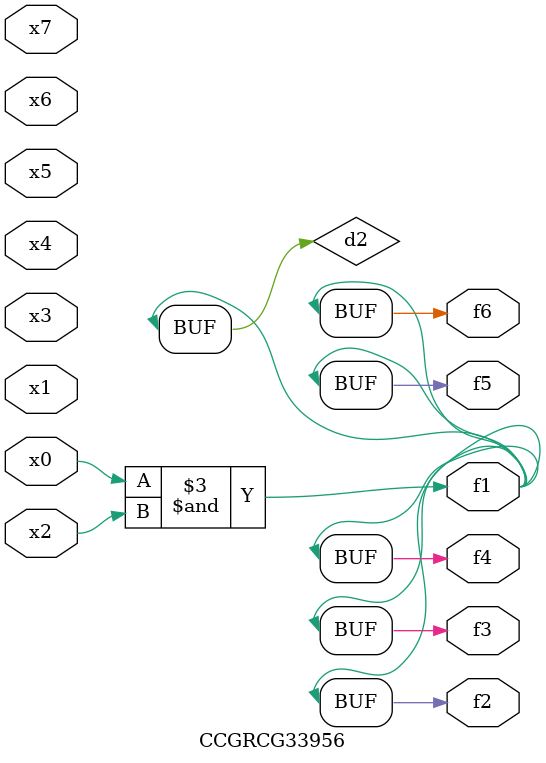
<source format=v>
module CCGRCG33956(
	input x0, x1, x2, x3, x4, x5, x6, x7,
	output f1, f2, f3, f4, f5, f6
);

	wire d1, d2;

	nor (d1, x3, x6);
	and (d2, x0, x2);
	assign f1 = d2;
	assign f2 = d2;
	assign f3 = d2;
	assign f4 = d2;
	assign f5 = d2;
	assign f6 = d2;
endmodule

</source>
